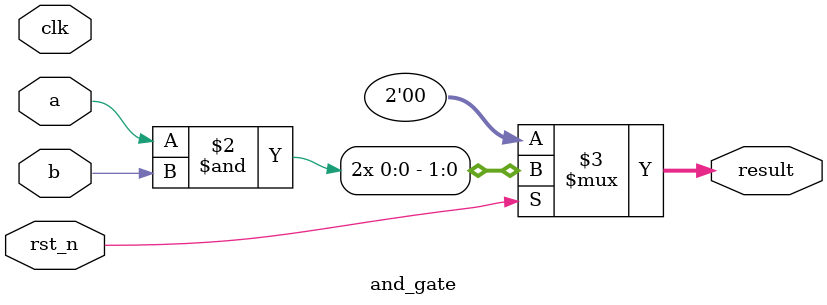
<source format=sv>

`timescale 1ns/1ps
module and_gate 
	#(	parameter OUTPUT_WIDTH = 2) (
	input wire clk,
	input wire rst_n,
	input wire a,
	input wire b,
	output wire  [OUTPUT_WIDTH-1:0] result
);

// Variable Declaration
reg r_and_result = 1'b0;

// Output Assignment
assign result = !rst_n ? {OUTPUT_WIDTH{1'b0}} : {OUTPUT_WIDTH{a & b}};

always @(posedge clk or negedge rst_n) begin
	if(!rst_n) begin
		r_and_result <= 1'b0;
	end
	else begin
		r_and_result <= a & b;
	end
end

endmodule
</source>
